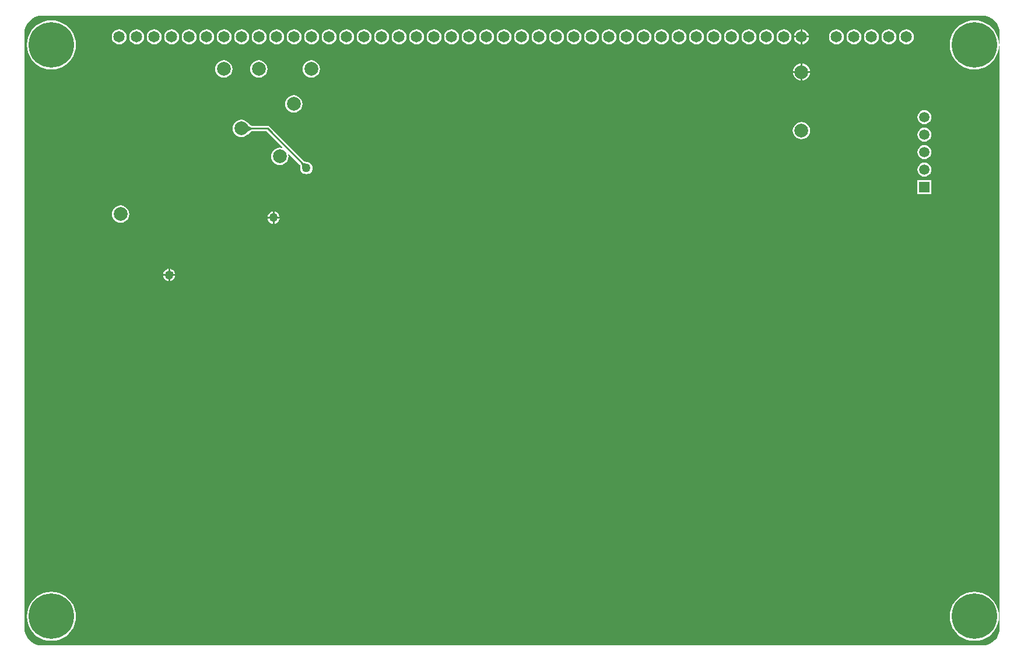
<source format=gbl>
%FSLAX23Y23*%
%MOIN*%
G70*
G01*
G75*
G04 Layer_Physical_Order=2*
G04 Layer_Color=16711680*
G04:AMPARAMS|DCode=10|XSize=50mil|YSize=80mil|CornerRadius=13mil|HoleSize=0mil|Usage=FLASHONLY|Rotation=90.000|XOffset=0mil|YOffset=0mil|HoleType=Round|Shape=RoundedRectangle|*
%AMROUNDEDRECTD10*
21,1,0.050,0.055,0,0,90.0*
21,1,0.025,0.080,0,0,90.0*
1,1,0.025,0.028,0.013*
1,1,0.025,0.028,-0.013*
1,1,0.025,-0.028,-0.013*
1,1,0.025,-0.028,0.013*
%
%ADD10ROUNDEDRECTD10*%
%ADD11R,0.080X0.050*%
%ADD12O,0.018X0.041*%
%ADD13R,0.018X0.041*%
G04:AMPARAMS|DCode=14|XSize=35mil|YSize=35mil|CornerRadius=5mil|HoleSize=0mil|Usage=FLASHONLY|Rotation=0.000|XOffset=0mil|YOffset=0mil|HoleType=Round|Shape=RoundedRectangle|*
%AMROUNDEDRECTD14*
21,1,0.035,0.025,0,0,0.0*
21,1,0.025,0.035,0,0,0.0*
1,1,0.011,0.012,-0.012*
1,1,0.011,-0.012,-0.012*
1,1,0.011,-0.012,0.012*
1,1,0.011,0.012,0.012*
%
%ADD14ROUNDEDRECTD14*%
G04:AMPARAMS|DCode=15|XSize=35mil|YSize=35mil|CornerRadius=5mil|HoleSize=0mil|Usage=FLASHONLY|Rotation=90.000|XOffset=0mil|YOffset=0mil|HoleType=Round|Shape=RoundedRectangle|*
%AMROUNDEDRECTD15*
21,1,0.035,0.025,0,0,90.0*
21,1,0.025,0.035,0,0,90.0*
1,1,0.011,0.012,0.012*
1,1,0.011,0.012,-0.012*
1,1,0.011,-0.012,-0.012*
1,1,0.011,-0.012,0.012*
%
%ADD15ROUNDEDRECTD15*%
G04:AMPARAMS|DCode=16|XSize=24mil|YSize=39mil|CornerRadius=6mil|HoleSize=0mil|Usage=FLASHONLY|Rotation=0.000|XOffset=0mil|YOffset=0mil|HoleType=Round|Shape=RoundedRectangle|*
%AMROUNDEDRECTD16*
21,1,0.024,0.028,0,0,0.0*
21,1,0.012,0.039,0,0,0.0*
1,1,0.012,0.006,-0.014*
1,1,0.012,-0.006,-0.014*
1,1,0.012,-0.006,0.014*
1,1,0.012,0.006,0.014*
%
%ADD16ROUNDEDRECTD16*%
%ADD17C,0.010*%
%ADD18C,0.015*%
%ADD19C,0.079*%
%ADD20C,0.065*%
%ADD21C,0.260*%
%ADD22C,0.059*%
%ADD23R,0.059X0.059*%
%ADD24C,0.050*%
G36*
X7395Y5624D02*
X7413Y5618D01*
X7431Y5609D01*
X7446Y5596D01*
X7459Y5581D01*
X7468Y5563D01*
X7474Y5545D01*
X7475Y5525D01*
X7475Y5525D01*
X7475D01*
Y5464D01*
X7470Y5464D01*
X7469Y5480D01*
X7464Y5501D01*
X7455Y5522D01*
X7444Y5541D01*
X7429Y5557D01*
X7413Y5572D01*
X7394Y5583D01*
X7373Y5592D01*
X7352Y5597D01*
X7330Y5598D01*
X7308Y5597D01*
X7287Y5592D01*
X7266Y5583D01*
X7247Y5572D01*
X7231Y5557D01*
X7216Y5541D01*
X7205Y5522D01*
X7196Y5501D01*
X7191Y5480D01*
X7190Y5458D01*
X7191Y5436D01*
X7196Y5415D01*
X7205Y5394D01*
X7216Y5375D01*
X7231Y5359D01*
X7247Y5344D01*
X7266Y5333D01*
X7287Y5324D01*
X7308Y5319D01*
X7330Y5318D01*
X7352Y5319D01*
X7373Y5324D01*
X7394Y5333D01*
X7413Y5344D01*
X7429Y5359D01*
X7444Y5375D01*
X7455Y5394D01*
X7464Y5415D01*
X7469Y5436D01*
X7470Y5452D01*
X7475Y5452D01*
Y4750D01*
X7475Y2125D01*
X7474Y2105D01*
X7468Y2087D01*
X7459Y2069D01*
X7446Y2054D01*
X7431Y2041D01*
X7413Y2032D01*
X7395Y2026D01*
X7375Y2025D01*
X7375Y2025D01*
Y2025D01*
X6725D01*
X2000Y2025D01*
X1980Y2026D01*
X1962Y2032D01*
X1944Y2041D01*
X1929Y2054D01*
X1916Y2069D01*
X1907Y2087D01*
X1901Y2105D01*
X1900Y2125D01*
X1900Y2125D01*
X1900D01*
Y4950D01*
X1900Y5525D01*
X1901Y5545D01*
X1907Y5563D01*
X1916Y5581D01*
X1929Y5596D01*
X1944Y5609D01*
X1962Y5618D01*
X1980Y5624D01*
X2000Y5625D01*
X2000Y5625D01*
Y5625D01*
X2850D01*
X7375Y5625D01*
X7395Y5624D01*
D02*
G37*
%LPC*%
G36*
X6347Y5352D02*
Y5308D01*
X6391D01*
X6390Y5316D01*
X6385Y5328D01*
X6377Y5338D01*
X6367Y5346D01*
X6355Y5351D01*
X6347Y5352D01*
D02*
G37*
G36*
X6337D02*
X6329Y5351D01*
X6317Y5346D01*
X6307Y5338D01*
X6299Y5328D01*
X6294Y5316D01*
X6293Y5308D01*
X6337D01*
Y5352D01*
D02*
G37*
G36*
X2441Y5547D02*
X2430Y5546D01*
X2420Y5542D01*
X2411Y5535D01*
X2404Y5526D01*
X2400Y5516D01*
X2399Y5505D01*
X2400Y5493D01*
X2404Y5483D01*
X2411Y5474D01*
X2420Y5467D01*
X2430Y5463D01*
X2441Y5462D01*
X2453Y5463D01*
X2463Y5467D01*
X2472Y5474D01*
X2479Y5483D01*
X2483Y5493D01*
X2484Y5505D01*
X2483Y5516D01*
X2479Y5526D01*
X2472Y5535D01*
X2463Y5542D01*
X2453Y5546D01*
X2441Y5547D01*
D02*
G37*
G36*
X2054Y5598D02*
X2032Y5597D01*
X2011Y5592D01*
X1991Y5583D01*
X1972Y5572D01*
X1955Y5557D01*
X1941Y5541D01*
X1929Y5522D01*
X1921Y5501D01*
X1916Y5480D01*
X1914Y5458D01*
X1916Y5436D01*
X1921Y5415D01*
X1929Y5394D01*
X1941Y5375D01*
X1955Y5359D01*
X1972Y5344D01*
X1991Y5333D01*
X2011Y5324D01*
X2032Y5319D01*
X2054Y5318D01*
X2076Y5319D01*
X2098Y5324D01*
X2118Y5333D01*
X2137Y5344D01*
X2154Y5359D01*
X2168Y5375D01*
X2180Y5394D01*
X2188Y5415D01*
X2193Y5436D01*
X2195Y5458D01*
X2193Y5480D01*
X2188Y5501D01*
X2180Y5522D01*
X2168Y5541D01*
X2154Y5557D01*
X2137Y5572D01*
X2118Y5583D01*
X2098Y5592D01*
X2076Y5597D01*
X2054Y5598D01*
D02*
G37*
G36*
X3540Y5370D02*
X3527Y5368D01*
X3515Y5363D01*
X3505Y5355D01*
X3497Y5345D01*
X3492Y5333D01*
X3490Y5320D01*
X3492Y5307D01*
X3497Y5295D01*
X3505Y5285D01*
X3515Y5277D01*
X3527Y5272D01*
X3540Y5270D01*
X3553Y5272D01*
X3565Y5277D01*
X3575Y5285D01*
X3583Y5295D01*
X3588Y5307D01*
X3590Y5320D01*
X3588Y5333D01*
X3583Y5345D01*
X3575Y5355D01*
X3565Y5363D01*
X3553Y5368D01*
X3540Y5370D01*
D02*
G37*
G36*
X6391Y5298D02*
X6347D01*
Y5254D01*
X6355Y5255D01*
X6367Y5260D01*
X6377Y5268D01*
X6385Y5278D01*
X6390Y5290D01*
X6391Y5298D01*
D02*
G37*
G36*
X6337D02*
X6293D01*
X6294Y5290D01*
X6299Y5278D01*
X6307Y5268D01*
X6317Y5260D01*
X6329Y5255D01*
X6337Y5254D01*
Y5298D01*
D02*
G37*
G36*
X3240Y5370D02*
X3227Y5368D01*
X3215Y5363D01*
X3205Y5355D01*
X3197Y5345D01*
X3192Y5333D01*
X3190Y5320D01*
X3192Y5307D01*
X3197Y5295D01*
X3205Y5285D01*
X3215Y5277D01*
X3227Y5272D01*
X3240Y5270D01*
X3253Y5272D01*
X3265Y5277D01*
X3275Y5285D01*
X3283Y5295D01*
X3288Y5307D01*
X3290Y5320D01*
X3288Y5333D01*
X3283Y5345D01*
X3275Y5355D01*
X3265Y5363D01*
X3253Y5368D01*
X3240Y5370D01*
D02*
G37*
G36*
X3040D02*
X3027Y5368D01*
X3015Y5363D01*
X3005Y5355D01*
X2997Y5345D01*
X2992Y5333D01*
X2990Y5320D01*
X2992Y5307D01*
X2997Y5295D01*
X3005Y5285D01*
X3015Y5277D01*
X3027Y5272D01*
X3040Y5270D01*
X3053Y5272D01*
X3065Y5277D01*
X3075Y5285D01*
X3083Y5295D01*
X3088Y5307D01*
X3090Y5320D01*
X3088Y5333D01*
X3083Y5345D01*
X3075Y5355D01*
X3065Y5363D01*
X3053Y5368D01*
X3040Y5370D01*
D02*
G37*
G36*
X3141Y5547D02*
X3130Y5546D01*
X3120Y5542D01*
X3111Y5535D01*
X3104Y5526D01*
X3100Y5516D01*
X3099Y5505D01*
X3100Y5493D01*
X3104Y5483D01*
X3111Y5474D01*
X3120Y5467D01*
X3130Y5463D01*
X3141Y5462D01*
X3153Y5463D01*
X3163Y5467D01*
X3172Y5474D01*
X3179Y5483D01*
X3183Y5493D01*
X3184Y5505D01*
X3183Y5516D01*
X3179Y5526D01*
X3172Y5535D01*
X3163Y5542D01*
X3153Y5546D01*
X3141Y5547D01*
D02*
G37*
G36*
X3041D02*
X3030Y5546D01*
X3020Y5542D01*
X3011Y5535D01*
X3004Y5526D01*
X3000Y5516D01*
X2999Y5505D01*
X3000Y5493D01*
X3004Y5483D01*
X3011Y5474D01*
X3020Y5467D01*
X3030Y5463D01*
X3041Y5462D01*
X3053Y5463D01*
X3063Y5467D01*
X3072Y5474D01*
X3079Y5483D01*
X3083Y5493D01*
X3084Y5505D01*
X3083Y5516D01*
X3079Y5526D01*
X3072Y5535D01*
X3063Y5542D01*
X3053Y5546D01*
X3041Y5547D01*
D02*
G37*
G36*
X3341D02*
X3330Y5546D01*
X3320Y5542D01*
X3311Y5535D01*
X3304Y5526D01*
X3300Y5516D01*
X3299Y5505D01*
X3300Y5493D01*
X3304Y5483D01*
X3311Y5474D01*
X3320Y5467D01*
X3330Y5463D01*
X3341Y5462D01*
X3353Y5463D01*
X3363Y5467D01*
X3372Y5474D01*
X3379Y5483D01*
X3383Y5493D01*
X3384Y5505D01*
X3383Y5516D01*
X3379Y5526D01*
X3372Y5535D01*
X3363Y5542D01*
X3353Y5546D01*
X3341Y5547D01*
D02*
G37*
G36*
X3241D02*
X3230Y5546D01*
X3220Y5542D01*
X3211Y5535D01*
X3204Y5526D01*
X3200Y5516D01*
X3199Y5505D01*
X3200Y5493D01*
X3204Y5483D01*
X3211Y5474D01*
X3220Y5467D01*
X3230Y5463D01*
X3241Y5462D01*
X3253Y5463D01*
X3263Y5467D01*
X3272Y5474D01*
X3279Y5483D01*
X3283Y5493D01*
X3284Y5505D01*
X3283Y5516D01*
X3279Y5526D01*
X3272Y5535D01*
X3263Y5542D01*
X3253Y5546D01*
X3241Y5547D01*
D02*
G37*
G36*
X2941D02*
X2930Y5546D01*
X2920Y5542D01*
X2911Y5535D01*
X2904Y5526D01*
X2900Y5516D01*
X2899Y5505D01*
X2900Y5493D01*
X2904Y5483D01*
X2911Y5474D01*
X2920Y5467D01*
X2930Y5463D01*
X2941Y5462D01*
X2953Y5463D01*
X2963Y5467D01*
X2972Y5474D01*
X2979Y5483D01*
X2983Y5493D01*
X2984Y5505D01*
X2983Y5516D01*
X2979Y5526D01*
X2972Y5535D01*
X2963Y5542D01*
X2953Y5546D01*
X2941Y5547D01*
D02*
G37*
G36*
X2641D02*
X2630Y5546D01*
X2620Y5542D01*
X2611Y5535D01*
X2604Y5526D01*
X2600Y5516D01*
X2599Y5505D01*
X2600Y5493D01*
X2604Y5483D01*
X2611Y5474D01*
X2620Y5467D01*
X2630Y5463D01*
X2641Y5462D01*
X2653Y5463D01*
X2663Y5467D01*
X2672Y5474D01*
X2679Y5483D01*
X2683Y5493D01*
X2684Y5505D01*
X2683Y5516D01*
X2679Y5526D01*
X2672Y5535D01*
X2663Y5542D01*
X2653Y5546D01*
X2641Y5547D01*
D02*
G37*
G36*
X2541D02*
X2530Y5546D01*
X2520Y5542D01*
X2511Y5535D01*
X2504Y5526D01*
X2500Y5516D01*
X2499Y5505D01*
X2500Y5493D01*
X2504Y5483D01*
X2511Y5474D01*
X2520Y5467D01*
X2530Y5463D01*
X2541Y5462D01*
X2553Y5463D01*
X2563Y5467D01*
X2572Y5474D01*
X2579Y5483D01*
X2583Y5493D01*
X2584Y5505D01*
X2583Y5516D01*
X2579Y5526D01*
X2572Y5535D01*
X2563Y5542D01*
X2553Y5546D01*
X2541Y5547D01*
D02*
G37*
G36*
X2841D02*
X2830Y5546D01*
X2820Y5542D01*
X2811Y5535D01*
X2804Y5526D01*
X2800Y5516D01*
X2799Y5505D01*
X2800Y5493D01*
X2804Y5483D01*
X2811Y5474D01*
X2820Y5467D01*
X2830Y5463D01*
X2841Y5462D01*
X2853Y5463D01*
X2863Y5467D01*
X2872Y5474D01*
X2879Y5483D01*
X2883Y5493D01*
X2884Y5505D01*
X2883Y5516D01*
X2879Y5526D01*
X2872Y5535D01*
X2863Y5542D01*
X2853Y5546D01*
X2841Y5547D01*
D02*
G37*
G36*
X2741D02*
X2730Y5546D01*
X2720Y5542D01*
X2711Y5535D01*
X2704Y5526D01*
X2700Y5516D01*
X2699Y5505D01*
X2700Y5493D01*
X2704Y5483D01*
X2711Y5474D01*
X2720Y5467D01*
X2730Y5463D01*
X2741Y5462D01*
X2753Y5463D01*
X2763Y5467D01*
X2772Y5474D01*
X2779Y5483D01*
X2783Y5493D01*
X2784Y5505D01*
X2783Y5516D01*
X2779Y5526D01*
X2772Y5535D01*
X2763Y5542D01*
X2753Y5546D01*
X2741Y5547D01*
D02*
G37*
G36*
X3440Y5170D02*
X3427Y5168D01*
X3415Y5163D01*
X3405Y5155D01*
X3397Y5145D01*
X3392Y5133D01*
X3390Y5120D01*
X3392Y5107D01*
X3397Y5095D01*
X3405Y5085D01*
X3415Y5077D01*
X3427Y5072D01*
X3440Y5070D01*
X3453Y5072D01*
X3465Y5077D01*
X3475Y5085D01*
X3483Y5095D01*
X3488Y5107D01*
X3490Y5120D01*
X3488Y5133D01*
X3483Y5145D01*
X3475Y5155D01*
X3465Y5163D01*
X3453Y5168D01*
X3440Y5170D01*
D02*
G37*
G36*
X3319Y4465D02*
X3289D01*
X3290Y4461D01*
X3293Y4452D01*
X3299Y4445D01*
X3306Y4439D01*
X3315Y4436D01*
X3319Y4435D01*
Y4465D01*
D02*
G37*
G36*
X2733Y4177D02*
Y4148D01*
X2762D01*
X2762Y4152D01*
X2758Y4160D01*
X2758Y4160D01*
X2757Y4163D01*
X2754Y4169D01*
X2748Y4172D01*
X2745Y4173D01*
X2745Y4173D01*
X2737Y4177D01*
X2733Y4177D01*
D02*
G37*
G36*
X2450Y4540D02*
X2437Y4538D01*
X2425Y4533D01*
X2415Y4525D01*
X2407Y4515D01*
X2402Y4503D01*
X2400Y4490D01*
X2402Y4477D01*
X2407Y4465D01*
X2415Y4455D01*
X2425Y4447D01*
X2437Y4442D01*
X2450Y4440D01*
X2463Y4442D01*
X2475Y4447D01*
X2485Y4455D01*
X2493Y4465D01*
X2498Y4477D01*
X2500Y4490D01*
X2498Y4503D01*
X2493Y4515D01*
X2485Y4525D01*
X2475Y4533D01*
X2463Y4538D01*
X2450Y4540D01*
D02*
G37*
G36*
X3359Y4465D02*
X3329D01*
Y4435D01*
X3333Y4436D01*
X3342Y4439D01*
X3349Y4445D01*
X3355Y4452D01*
X3358Y4461D01*
X3359Y4465D01*
D02*
G37*
G36*
X2723Y4177D02*
X2718Y4177D01*
X2710Y4173D01*
X2703Y4167D01*
X2697Y4160D01*
X2693Y4152D01*
X2693Y4148D01*
X2723D01*
Y4177D01*
D02*
G37*
G36*
X7330Y2330D02*
X7308Y2329D01*
X7287Y2324D01*
X7266Y2315D01*
X7247Y2304D01*
X7231Y2289D01*
X7216Y2273D01*
X7205Y2254D01*
X7196Y2233D01*
X7191Y2212D01*
X7190Y2190D01*
X7191Y2168D01*
X7196Y2147D01*
X7205Y2126D01*
X7216Y2107D01*
X7231Y2091D01*
X7247Y2076D01*
X7266Y2065D01*
X7287Y2056D01*
X7308Y2051D01*
X7330Y2050D01*
X7352Y2051D01*
X7373Y2056D01*
X7394Y2065D01*
X7413Y2076D01*
X7429Y2091D01*
X7444Y2107D01*
X7455Y2126D01*
X7464Y2147D01*
X7469Y2168D01*
X7470Y2190D01*
X7469Y2212D01*
X7464Y2233D01*
X7455Y2254D01*
X7444Y2273D01*
X7429Y2289D01*
X7413Y2304D01*
X7394Y2315D01*
X7373Y2324D01*
X7352Y2329D01*
X7330Y2330D01*
D02*
G37*
G36*
X2054D02*
X2032Y2329D01*
X2011Y2324D01*
X1991Y2315D01*
X1972Y2304D01*
X1955Y2289D01*
X1941Y2273D01*
X1929Y2254D01*
X1921Y2233D01*
X1916Y2212D01*
X1914Y2190D01*
X1916Y2168D01*
X1921Y2147D01*
X1929Y2126D01*
X1941Y2107D01*
X1955Y2091D01*
X1972Y2076D01*
X1991Y2065D01*
X2011Y2056D01*
X2032Y2051D01*
X2054Y2050D01*
X2076Y2051D01*
X2098Y2056D01*
X2118Y2065D01*
X2137Y2076D01*
X2154Y2091D01*
X2168Y2107D01*
X2180Y2126D01*
X2188Y2147D01*
X2193Y2168D01*
X2195Y2190D01*
X2193Y2212D01*
X2188Y2233D01*
X2180Y2254D01*
X2168Y2273D01*
X2154Y2289D01*
X2137Y2304D01*
X2118Y2315D01*
X2098Y2324D01*
X2076Y2329D01*
X2054Y2330D01*
D02*
G37*
G36*
X2762Y4138D02*
X2733D01*
Y4108D01*
X2737Y4108D01*
X2745Y4112D01*
X2752Y4118D01*
X2758Y4125D01*
X2762Y4133D01*
X2762Y4138D01*
D02*
G37*
G36*
X2723D02*
X2693D01*
X2693Y4133D01*
X2697Y4125D01*
X2703Y4118D01*
X2710Y4112D01*
X2718Y4108D01*
X2723Y4108D01*
Y4138D01*
D02*
G37*
G36*
X7045Y4985D02*
X7035Y4984D01*
X7025Y4980D01*
X7017Y4973D01*
X7010Y4965D01*
X7006Y4955D01*
X7005Y4945D01*
X7006Y4935D01*
X7010Y4925D01*
X7017Y4917D01*
X7025Y4910D01*
X7035Y4906D01*
X7045Y4905D01*
X7055Y4906D01*
X7065Y4910D01*
X7073Y4917D01*
X7080Y4925D01*
X7084Y4935D01*
X7085Y4945D01*
X7084Y4955D01*
X7080Y4965D01*
X7073Y4973D01*
X7065Y4980D01*
X7055Y4984D01*
X7045Y4985D01*
D02*
G37*
G36*
X3140Y5030D02*
X3127Y5028D01*
X3115Y5023D01*
X3105Y5015D01*
X3097Y5005D01*
X3092Y4993D01*
X3090Y4980D01*
X3092Y4967D01*
X3097Y4955D01*
X3105Y4945D01*
X3115Y4937D01*
X3127Y4932D01*
X3140Y4930D01*
X3153Y4932D01*
X3165Y4937D01*
X3175Y4945D01*
X3176Y4946D01*
X3179Y4949D01*
X3187Y4956D01*
X3190Y4959D01*
X3193Y4961D01*
X3196Y4962D01*
X3198Y4964D01*
X3200Y4964D01*
X3202Y4965D01*
X3202Y4965D01*
X3283D01*
X3375Y4872D01*
X3372Y4868D01*
X3360Y4870D01*
X3347Y4868D01*
X3335Y4863D01*
X3325Y4855D01*
X3317Y4845D01*
X3312Y4833D01*
X3310Y4820D01*
X3312Y4807D01*
X3317Y4795D01*
X3325Y4785D01*
X3335Y4777D01*
X3347Y4772D01*
X3360Y4770D01*
X3373Y4772D01*
X3385Y4777D01*
X3395Y4785D01*
X3403Y4795D01*
X3408Y4807D01*
X3410Y4820D01*
X3408Y4832D01*
X3412Y4835D01*
X3475Y4772D01*
X3475Y4772D01*
X3476Y4771D01*
X3476Y4770D01*
X3477Y4768D01*
X3477Y4767D01*
X3477Y4765D01*
X3477Y4760D01*
X3477Y4757D01*
X3477Y4756D01*
X3477Y4754D01*
X3478Y4745D01*
X3481Y4736D01*
X3487Y4729D01*
X3494Y4723D01*
X3503Y4720D01*
X3512Y4719D01*
X3521Y4720D01*
X3530Y4723D01*
X3537Y4729D01*
X3543Y4736D01*
X3546Y4745D01*
X3547Y4754D01*
X3546Y4763D01*
X3543Y4772D01*
X3537Y4779D01*
X3530Y4785D01*
X3521Y4788D01*
X3516Y4789D01*
X3515Y4789D01*
X3512Y4789D01*
X3506Y4790D01*
X3504Y4791D01*
X3502Y4791D01*
X3500Y4792D01*
X3499Y4792D01*
X3498Y4793D01*
X3497Y4793D01*
X3300Y4991D01*
X3295Y4994D01*
X3289Y4995D01*
X3202D01*
X3202Y4995D01*
X3200Y4996D01*
X3198Y4996D01*
X3196Y4998D01*
X3193Y4999D01*
X3191Y5001D01*
X3179Y5011D01*
X3176Y5014D01*
X3175Y5015D01*
X3165Y5023D01*
X3153Y5028D01*
X3140Y5030D01*
D02*
G37*
G36*
X7045Y5085D02*
X7035Y5084D01*
X7025Y5080D01*
X7017Y5073D01*
X7010Y5065D01*
X7006Y5055D01*
X7005Y5045D01*
X7006Y5035D01*
X7010Y5025D01*
X7017Y5017D01*
X7025Y5010D01*
X7035Y5006D01*
X7045Y5005D01*
X7055Y5006D01*
X7065Y5010D01*
X7073Y5017D01*
X7080Y5025D01*
X7084Y5035D01*
X7085Y5045D01*
X7084Y5055D01*
X7080Y5065D01*
X7073Y5073D01*
X7065Y5080D01*
X7055Y5084D01*
X7045Y5085D01*
D02*
G37*
G36*
X6342Y5018D02*
X6329Y5016D01*
X6317Y5011D01*
X6307Y5003D01*
X6299Y4993D01*
X6294Y4981D01*
X6292Y4968D01*
X6294Y4955D01*
X6299Y4943D01*
X6307Y4933D01*
X6317Y4925D01*
X6329Y4920D01*
X6342Y4918D01*
X6355Y4920D01*
X6367Y4925D01*
X6377Y4933D01*
X6385Y4943D01*
X6390Y4955D01*
X6392Y4968D01*
X6390Y4981D01*
X6385Y4993D01*
X6377Y5003D01*
X6367Y5011D01*
X6355Y5016D01*
X6342Y5018D01*
D02*
G37*
G36*
X7045Y4885D02*
X7035Y4884D01*
X7025Y4880D01*
X7017Y4873D01*
X7010Y4865D01*
X7006Y4855D01*
X7005Y4845D01*
X7006Y4835D01*
X7010Y4825D01*
X7017Y4817D01*
X7025Y4810D01*
X7035Y4806D01*
X7045Y4805D01*
X7055Y4806D01*
X7065Y4810D01*
X7073Y4817D01*
X7080Y4825D01*
X7084Y4835D01*
X7085Y4845D01*
X7084Y4855D01*
X7080Y4865D01*
X7073Y4873D01*
X7065Y4880D01*
X7055Y4884D01*
X7045Y4885D01*
D02*
G37*
G36*
X3329Y4505D02*
Y4475D01*
X3359D01*
X3358Y4479D01*
X3355Y4488D01*
X3349Y4495D01*
X3342Y4501D01*
X3333Y4504D01*
X3329Y4505D01*
D02*
G37*
G36*
X3319D02*
X3315Y4504D01*
X3306Y4501D01*
X3299Y4495D01*
X3293Y4488D01*
X3290Y4479D01*
X3289Y4475D01*
X3319D01*
Y4505D01*
D02*
G37*
G36*
X7045Y4785D02*
X7035Y4784D01*
X7025Y4780D01*
X7017Y4773D01*
X7010Y4765D01*
X7006Y4755D01*
X7005Y4745D01*
X7006Y4735D01*
X7010Y4725D01*
X7017Y4717D01*
X7025Y4710D01*
X7035Y4706D01*
X7045Y4705D01*
X7055Y4706D01*
X7065Y4710D01*
X7073Y4717D01*
X7080Y4725D01*
X7084Y4735D01*
X7085Y4745D01*
X7084Y4755D01*
X7080Y4765D01*
X7073Y4773D01*
X7065Y4780D01*
X7055Y4784D01*
X7045Y4785D01*
D02*
G37*
G36*
X7085Y4685D02*
X7005D01*
Y4605D01*
X7085D01*
Y4685D01*
D02*
G37*
G36*
X3441Y5547D02*
X3430Y5546D01*
X3420Y5542D01*
X3411Y5535D01*
X3404Y5526D01*
X3400Y5516D01*
X3399Y5505D01*
X3400Y5493D01*
X3404Y5483D01*
X3411Y5474D01*
X3420Y5467D01*
X3430Y5463D01*
X3441Y5462D01*
X3453Y5463D01*
X3463Y5467D01*
X3472Y5474D01*
X3479Y5483D01*
X3483Y5493D01*
X3484Y5505D01*
X3483Y5516D01*
X3479Y5526D01*
X3472Y5535D01*
X3463Y5542D01*
X3453Y5546D01*
X3441Y5547D01*
D02*
G37*
G36*
X6041D02*
X6030Y5546D01*
X6020Y5542D01*
X6011Y5535D01*
X6004Y5526D01*
X6000Y5516D01*
X5999Y5505D01*
X6000Y5493D01*
X6004Y5483D01*
X6011Y5474D01*
X6020Y5467D01*
X6030Y5463D01*
X6041Y5462D01*
X6053Y5463D01*
X6063Y5467D01*
X6072Y5474D01*
X6079Y5483D01*
X6083Y5493D01*
X6084Y5505D01*
X6083Y5516D01*
X6079Y5526D01*
X6072Y5535D01*
X6063Y5542D01*
X6053Y5546D01*
X6041Y5547D01*
D02*
G37*
G36*
X5941D02*
X5930Y5546D01*
X5920Y5542D01*
X5911Y5535D01*
X5904Y5526D01*
X5900Y5516D01*
X5899Y5505D01*
X5900Y5493D01*
X5904Y5483D01*
X5911Y5474D01*
X5920Y5467D01*
X5930Y5463D01*
X5941Y5462D01*
X5953Y5463D01*
X5963Y5467D01*
X5972Y5474D01*
X5979Y5483D01*
X5983Y5493D01*
X5984Y5505D01*
X5983Y5516D01*
X5979Y5526D01*
X5972Y5535D01*
X5963Y5542D01*
X5953Y5546D01*
X5941Y5547D01*
D02*
G37*
G36*
X6241D02*
X6230Y5546D01*
X6220Y5542D01*
X6211Y5535D01*
X6204Y5526D01*
X6200Y5516D01*
X6199Y5505D01*
X6200Y5493D01*
X6204Y5483D01*
X6211Y5474D01*
X6220Y5467D01*
X6230Y5463D01*
X6241Y5462D01*
X6253Y5463D01*
X6263Y5467D01*
X6272Y5474D01*
X6279Y5483D01*
X6283Y5493D01*
X6284Y5505D01*
X6283Y5516D01*
X6279Y5526D01*
X6272Y5535D01*
X6263Y5542D01*
X6253Y5546D01*
X6241Y5547D01*
D02*
G37*
G36*
X6141D02*
X6130Y5546D01*
X6120Y5542D01*
X6111Y5535D01*
X6104Y5526D01*
X6100Y5516D01*
X6099Y5505D01*
X6100Y5493D01*
X6104Y5483D01*
X6111Y5474D01*
X6120Y5467D01*
X6130Y5463D01*
X6141Y5462D01*
X6153Y5463D01*
X6163Y5467D01*
X6172Y5474D01*
X6179Y5483D01*
X6183Y5493D01*
X6184Y5505D01*
X6183Y5516D01*
X6179Y5526D01*
X6172Y5535D01*
X6163Y5542D01*
X6153Y5546D01*
X6141Y5547D01*
D02*
G37*
G36*
X5841D02*
X5830Y5546D01*
X5820Y5542D01*
X5811Y5535D01*
X5804Y5526D01*
X5800Y5516D01*
X5799Y5505D01*
X5800Y5493D01*
X5804Y5483D01*
X5811Y5474D01*
X5820Y5467D01*
X5830Y5463D01*
X5841Y5462D01*
X5853Y5463D01*
X5863Y5467D01*
X5872Y5474D01*
X5879Y5483D01*
X5883Y5493D01*
X5884Y5505D01*
X5883Y5516D01*
X5879Y5526D01*
X5872Y5535D01*
X5863Y5542D01*
X5853Y5546D01*
X5841Y5547D01*
D02*
G37*
G36*
X5541D02*
X5530Y5546D01*
X5520Y5542D01*
X5511Y5535D01*
X5504Y5526D01*
X5500Y5516D01*
X5499Y5505D01*
X5500Y5493D01*
X5504Y5483D01*
X5511Y5474D01*
X5520Y5467D01*
X5530Y5463D01*
X5541Y5462D01*
X5553Y5463D01*
X5563Y5467D01*
X5572Y5474D01*
X5579Y5483D01*
X5583Y5493D01*
X5584Y5505D01*
X5583Y5516D01*
X5579Y5526D01*
X5572Y5535D01*
X5563Y5542D01*
X5553Y5546D01*
X5541Y5547D01*
D02*
G37*
G36*
X5441D02*
X5430Y5546D01*
X5420Y5542D01*
X5411Y5535D01*
X5404Y5526D01*
X5400Y5516D01*
X5399Y5505D01*
X5400Y5493D01*
X5404Y5483D01*
X5411Y5474D01*
X5420Y5467D01*
X5430Y5463D01*
X5441Y5462D01*
X5453Y5463D01*
X5463Y5467D01*
X5472Y5474D01*
X5479Y5483D01*
X5483Y5493D01*
X5484Y5505D01*
X5483Y5516D01*
X5479Y5526D01*
X5472Y5535D01*
X5463Y5542D01*
X5453Y5546D01*
X5441Y5547D01*
D02*
G37*
G36*
X5741D02*
X5730Y5546D01*
X5720Y5542D01*
X5711Y5535D01*
X5704Y5526D01*
X5700Y5516D01*
X5699Y5505D01*
X5700Y5493D01*
X5704Y5483D01*
X5711Y5474D01*
X5720Y5467D01*
X5730Y5463D01*
X5741Y5462D01*
X5753Y5463D01*
X5763Y5467D01*
X5772Y5474D01*
X5779Y5483D01*
X5783Y5493D01*
X5784Y5505D01*
X5783Y5516D01*
X5779Y5526D01*
X5772Y5535D01*
X5763Y5542D01*
X5753Y5546D01*
X5741Y5547D01*
D02*
G37*
G36*
X5641D02*
X5630Y5546D01*
X5620Y5542D01*
X5611Y5535D01*
X5604Y5526D01*
X5600Y5516D01*
X5599Y5505D01*
X5600Y5493D01*
X5604Y5483D01*
X5611Y5474D01*
X5620Y5467D01*
X5630Y5463D01*
X5641Y5462D01*
X5653Y5463D01*
X5663Y5467D01*
X5672Y5474D01*
X5679Y5483D01*
X5683Y5493D01*
X5684Y5505D01*
X5683Y5516D01*
X5679Y5526D01*
X5672Y5535D01*
X5663Y5542D01*
X5653Y5546D01*
X5641Y5547D01*
D02*
G37*
G36*
X6384Y5500D02*
X6346D01*
Y5462D01*
X6353Y5463D01*
X6363Y5467D01*
X6372Y5474D01*
X6379Y5483D01*
X6383Y5493D01*
X6384Y5500D01*
D02*
G37*
G36*
X6336D02*
X6299D01*
X6300Y5493D01*
X6304Y5483D01*
X6311Y5474D01*
X6320Y5467D01*
X6330Y5463D01*
X6336Y5462D01*
Y5500D01*
D02*
G37*
G36*
X6346Y5547D02*
Y5510D01*
X6384D01*
X6383Y5516D01*
X6379Y5526D01*
X6372Y5535D01*
X6363Y5542D01*
X6353Y5546D01*
X6346Y5547D01*
D02*
G37*
G36*
X6336D02*
X6330Y5546D01*
X6320Y5542D01*
X6311Y5535D01*
X6304Y5526D01*
X6300Y5516D01*
X6299Y5510D01*
X6336D01*
Y5547D01*
D02*
G37*
G36*
X6941Y5547D02*
X6930Y5546D01*
X6920Y5542D01*
X6911Y5535D01*
X6904Y5526D01*
X6900Y5516D01*
X6899Y5505D01*
X6900Y5493D01*
X6904Y5483D01*
X6911Y5474D01*
X6920Y5467D01*
X6930Y5463D01*
X6941Y5462D01*
X6953Y5463D01*
X6963Y5467D01*
X6972Y5474D01*
X6979Y5483D01*
X6983Y5493D01*
X6984Y5505D01*
X6983Y5516D01*
X6979Y5526D01*
X6972Y5535D01*
X6963Y5542D01*
X6953Y5546D01*
X6941Y5547D01*
D02*
G37*
G36*
X6641D02*
X6630Y5546D01*
X6620Y5542D01*
X6611Y5535D01*
X6604Y5526D01*
X6600Y5516D01*
X6599Y5505D01*
X6600Y5493D01*
X6604Y5483D01*
X6611Y5474D01*
X6620Y5467D01*
X6630Y5463D01*
X6641Y5462D01*
X6653Y5463D01*
X6663Y5467D01*
X6672Y5474D01*
X6679Y5483D01*
X6683Y5493D01*
X6684Y5505D01*
X6683Y5516D01*
X6679Y5526D01*
X6672Y5535D01*
X6663Y5542D01*
X6653Y5546D01*
X6641Y5547D01*
D02*
G37*
G36*
X6541D02*
X6530Y5546D01*
X6520Y5542D01*
X6511Y5535D01*
X6504Y5526D01*
X6500Y5516D01*
X6499Y5505D01*
X6500Y5493D01*
X6504Y5483D01*
X6511Y5474D01*
X6520Y5467D01*
X6530Y5463D01*
X6541Y5462D01*
X6553Y5463D01*
X6563Y5467D01*
X6572Y5474D01*
X6579Y5483D01*
X6583Y5493D01*
X6584Y5505D01*
X6583Y5516D01*
X6579Y5526D01*
X6572Y5535D01*
X6563Y5542D01*
X6553Y5546D01*
X6541Y5547D01*
D02*
G37*
G36*
X6841D02*
X6830Y5546D01*
X6820Y5542D01*
X6811Y5535D01*
X6804Y5526D01*
X6800Y5516D01*
X6799Y5505D01*
X6800Y5493D01*
X6804Y5483D01*
X6811Y5474D01*
X6820Y5467D01*
X6830Y5463D01*
X6841Y5462D01*
X6853Y5463D01*
X6863Y5467D01*
X6872Y5474D01*
X6879Y5483D01*
X6883Y5493D01*
X6884Y5505D01*
X6883Y5516D01*
X6879Y5526D01*
X6872Y5535D01*
X6863Y5542D01*
X6853Y5546D01*
X6841Y5547D01*
D02*
G37*
G36*
X6741D02*
X6730Y5546D01*
X6720Y5542D01*
X6711Y5535D01*
X6704Y5526D01*
X6700Y5516D01*
X6699Y5505D01*
X6700Y5493D01*
X6704Y5483D01*
X6711Y5474D01*
X6720Y5467D01*
X6730Y5463D01*
X6741Y5462D01*
X6753Y5463D01*
X6763Y5467D01*
X6772Y5474D01*
X6779Y5483D01*
X6783Y5493D01*
X6784Y5505D01*
X6783Y5516D01*
X6779Y5526D01*
X6772Y5535D01*
X6763Y5542D01*
X6753Y5546D01*
X6741Y5547D01*
D02*
G37*
G36*
X5341D02*
X5330Y5546D01*
X5320Y5542D01*
X5311Y5535D01*
X5304Y5526D01*
X5300Y5516D01*
X5299Y5505D01*
X5300Y5493D01*
X5304Y5483D01*
X5311Y5474D01*
X5320Y5467D01*
X5330Y5463D01*
X5341Y5462D01*
X5353Y5463D01*
X5363Y5467D01*
X5372Y5474D01*
X5379Y5483D01*
X5383Y5493D01*
X5384Y5505D01*
X5383Y5516D01*
X5379Y5526D01*
X5372Y5535D01*
X5363Y5542D01*
X5353Y5546D01*
X5341Y5547D01*
D02*
G37*
G36*
X4141D02*
X4130Y5546D01*
X4120Y5542D01*
X4111Y5535D01*
X4104Y5526D01*
X4100Y5516D01*
X4099Y5505D01*
X4100Y5493D01*
X4104Y5483D01*
X4111Y5474D01*
X4120Y5467D01*
X4130Y5463D01*
X4141Y5462D01*
X4153Y5463D01*
X4163Y5467D01*
X4172Y5474D01*
X4179Y5483D01*
X4183Y5493D01*
X4184Y5505D01*
X4183Y5516D01*
X4179Y5526D01*
X4172Y5535D01*
X4163Y5542D01*
X4153Y5546D01*
X4141Y5547D01*
D02*
G37*
G36*
X4041D02*
X4030Y5546D01*
X4020Y5542D01*
X4011Y5535D01*
X4004Y5526D01*
X4000Y5516D01*
X3999Y5505D01*
X4000Y5493D01*
X4004Y5483D01*
X4011Y5474D01*
X4020Y5467D01*
X4030Y5463D01*
X4041Y5462D01*
X4053Y5463D01*
X4063Y5467D01*
X4072Y5474D01*
X4079Y5483D01*
X4083Y5493D01*
X4084Y5505D01*
X4083Y5516D01*
X4079Y5526D01*
X4072Y5535D01*
X4063Y5542D01*
X4053Y5546D01*
X4041Y5547D01*
D02*
G37*
G36*
X4241D02*
X4230Y5546D01*
X4220Y5542D01*
X4211Y5535D01*
X4204Y5526D01*
X4200Y5516D01*
X4199Y5505D01*
X4200Y5493D01*
X4204Y5483D01*
X4211Y5474D01*
X4220Y5467D01*
X4230Y5463D01*
X4241Y5462D01*
X4253Y5463D01*
X4263Y5467D01*
X4272Y5474D01*
X4279Y5483D01*
X4283Y5493D01*
X4284Y5505D01*
X4283Y5516D01*
X4279Y5526D01*
X4272Y5535D01*
X4263Y5542D01*
X4253Y5546D01*
X4241Y5547D01*
D02*
G37*
G36*
X4441D02*
X4430Y5546D01*
X4420Y5542D01*
X4411Y5535D01*
X4404Y5526D01*
X4400Y5516D01*
X4399Y5505D01*
X4400Y5493D01*
X4404Y5483D01*
X4411Y5474D01*
X4420Y5467D01*
X4430Y5463D01*
X4441Y5462D01*
X4453Y5463D01*
X4463Y5467D01*
X4472Y5474D01*
X4479Y5483D01*
X4483Y5493D01*
X4484Y5505D01*
X4483Y5516D01*
X4479Y5526D01*
X4472Y5535D01*
X4463Y5542D01*
X4453Y5546D01*
X4441Y5547D01*
D02*
G37*
G36*
X4341D02*
X4330Y5546D01*
X4320Y5542D01*
X4311Y5535D01*
X4304Y5526D01*
X4300Y5516D01*
X4299Y5505D01*
X4300Y5493D01*
X4304Y5483D01*
X4311Y5474D01*
X4320Y5467D01*
X4330Y5463D01*
X4341Y5462D01*
X4353Y5463D01*
X4363Y5467D01*
X4372Y5474D01*
X4379Y5483D01*
X4383Y5493D01*
X4384Y5505D01*
X4383Y5516D01*
X4379Y5526D01*
X4372Y5535D01*
X4363Y5542D01*
X4353Y5546D01*
X4341Y5547D01*
D02*
G37*
G36*
X3641D02*
X3630Y5546D01*
X3620Y5542D01*
X3611Y5535D01*
X3604Y5526D01*
X3600Y5516D01*
X3599Y5505D01*
X3600Y5493D01*
X3604Y5483D01*
X3611Y5474D01*
X3620Y5467D01*
X3630Y5463D01*
X3641Y5462D01*
X3653Y5463D01*
X3663Y5467D01*
X3672Y5474D01*
X3679Y5483D01*
X3683Y5493D01*
X3684Y5505D01*
X3683Y5516D01*
X3679Y5526D01*
X3672Y5535D01*
X3663Y5542D01*
X3653Y5546D01*
X3641Y5547D01*
D02*
G37*
G36*
X3541D02*
X3530Y5546D01*
X3520Y5542D01*
X3511Y5535D01*
X3504Y5526D01*
X3500Y5516D01*
X3499Y5505D01*
X3500Y5493D01*
X3504Y5483D01*
X3511Y5474D01*
X3520Y5467D01*
X3530Y5463D01*
X3541Y5462D01*
X3553Y5463D01*
X3563Y5467D01*
X3572Y5474D01*
X3579Y5483D01*
X3583Y5493D01*
X3584Y5505D01*
X3583Y5516D01*
X3579Y5526D01*
X3572Y5535D01*
X3563Y5542D01*
X3553Y5546D01*
X3541Y5547D01*
D02*
G37*
G36*
X3741D02*
X3730Y5546D01*
X3720Y5542D01*
X3711Y5535D01*
X3704Y5526D01*
X3700Y5516D01*
X3699Y5505D01*
X3700Y5493D01*
X3704Y5483D01*
X3711Y5474D01*
X3720Y5467D01*
X3730Y5463D01*
X3741Y5462D01*
X3753Y5463D01*
X3763Y5467D01*
X3772Y5474D01*
X3779Y5483D01*
X3783Y5493D01*
X3784Y5505D01*
X3783Y5516D01*
X3779Y5526D01*
X3772Y5535D01*
X3763Y5542D01*
X3753Y5546D01*
X3741Y5547D01*
D02*
G37*
G36*
X3941D02*
X3930Y5546D01*
X3920Y5542D01*
X3911Y5535D01*
X3904Y5526D01*
X3900Y5516D01*
X3899Y5505D01*
X3900Y5493D01*
X3904Y5483D01*
X3911Y5474D01*
X3920Y5467D01*
X3930Y5463D01*
X3941Y5462D01*
X3953Y5463D01*
X3963Y5467D01*
X3972Y5474D01*
X3979Y5483D01*
X3983Y5493D01*
X3984Y5505D01*
X3983Y5516D01*
X3979Y5526D01*
X3972Y5535D01*
X3963Y5542D01*
X3953Y5546D01*
X3941Y5547D01*
D02*
G37*
G36*
X3841D02*
X3830Y5546D01*
X3820Y5542D01*
X3811Y5535D01*
X3804Y5526D01*
X3800Y5516D01*
X3799Y5505D01*
X3800Y5493D01*
X3804Y5483D01*
X3811Y5474D01*
X3820Y5467D01*
X3830Y5463D01*
X3841Y5462D01*
X3853Y5463D01*
X3863Y5467D01*
X3872Y5474D01*
X3879Y5483D01*
X3883Y5493D01*
X3884Y5505D01*
X3883Y5516D01*
X3879Y5526D01*
X3872Y5535D01*
X3863Y5542D01*
X3853Y5546D01*
X3841Y5547D01*
D02*
G37*
G36*
X5041D02*
X5030Y5546D01*
X5020Y5542D01*
X5011Y5535D01*
X5004Y5526D01*
X5000Y5516D01*
X4999Y5505D01*
X5000Y5493D01*
X5004Y5483D01*
X5011Y5474D01*
X5020Y5467D01*
X5030Y5463D01*
X5041Y5462D01*
X5053Y5463D01*
X5063Y5467D01*
X5072Y5474D01*
X5079Y5483D01*
X5083Y5493D01*
X5084Y5505D01*
X5083Y5516D01*
X5079Y5526D01*
X5072Y5535D01*
X5063Y5542D01*
X5053Y5546D01*
X5041Y5547D01*
D02*
G37*
G36*
X4941D02*
X4930Y5546D01*
X4920Y5542D01*
X4911Y5535D01*
X4904Y5526D01*
X4900Y5516D01*
X4899Y5505D01*
X4900Y5493D01*
X4904Y5483D01*
X4911Y5474D01*
X4920Y5467D01*
X4930Y5463D01*
X4941Y5462D01*
X4953Y5463D01*
X4963Y5467D01*
X4972Y5474D01*
X4979Y5483D01*
X4983Y5493D01*
X4984Y5505D01*
X4983Y5516D01*
X4979Y5526D01*
X4972Y5535D01*
X4963Y5542D01*
X4953Y5546D01*
X4941Y5547D01*
D02*
G37*
G36*
X5241D02*
X5230Y5546D01*
X5220Y5542D01*
X5211Y5535D01*
X5204Y5526D01*
X5200Y5516D01*
X5199Y5505D01*
X5200Y5493D01*
X5204Y5483D01*
X5211Y5474D01*
X5220Y5467D01*
X5230Y5463D01*
X5241Y5462D01*
X5253Y5463D01*
X5263Y5467D01*
X5272Y5474D01*
X5279Y5483D01*
X5283Y5493D01*
X5284Y5505D01*
X5283Y5516D01*
X5279Y5526D01*
X5272Y5535D01*
X5263Y5542D01*
X5253Y5546D01*
X5241Y5547D01*
D02*
G37*
G36*
X5141D02*
X5130Y5546D01*
X5120Y5542D01*
X5111Y5535D01*
X5104Y5526D01*
X5100Y5516D01*
X5099Y5505D01*
X5100Y5493D01*
X5104Y5483D01*
X5111Y5474D01*
X5120Y5467D01*
X5130Y5463D01*
X5141Y5462D01*
X5153Y5463D01*
X5163Y5467D01*
X5172Y5474D01*
X5179Y5483D01*
X5183Y5493D01*
X5184Y5505D01*
X5183Y5516D01*
X5179Y5526D01*
X5172Y5535D01*
X5163Y5542D01*
X5153Y5546D01*
X5141Y5547D01*
D02*
G37*
G36*
X4841D02*
X4830Y5546D01*
X4820Y5542D01*
X4811Y5535D01*
X4804Y5526D01*
X4800Y5516D01*
X4799Y5505D01*
X4800Y5493D01*
X4804Y5483D01*
X4811Y5474D01*
X4820Y5467D01*
X4830Y5463D01*
X4841Y5462D01*
X4853Y5463D01*
X4863Y5467D01*
X4872Y5474D01*
X4879Y5483D01*
X4883Y5493D01*
X4884Y5505D01*
X4883Y5516D01*
X4879Y5526D01*
X4872Y5535D01*
X4863Y5542D01*
X4853Y5546D01*
X4841Y5547D01*
D02*
G37*
G36*
X4641D02*
X4630Y5546D01*
X4620Y5542D01*
X4611Y5535D01*
X4604Y5526D01*
X4600Y5516D01*
X4599Y5505D01*
X4600Y5493D01*
X4604Y5483D01*
X4611Y5474D01*
X4620Y5467D01*
X4630Y5463D01*
X4641Y5462D01*
X4653Y5463D01*
X4663Y5467D01*
X4672Y5474D01*
X4679Y5483D01*
X4683Y5493D01*
X4684Y5505D01*
X4683Y5516D01*
X4679Y5526D01*
X4672Y5535D01*
X4663Y5542D01*
X4653Y5546D01*
X4641Y5547D01*
D02*
G37*
G36*
X4541D02*
X4530Y5546D01*
X4520Y5542D01*
X4511Y5535D01*
X4504Y5526D01*
X4500Y5516D01*
X4499Y5505D01*
X4500Y5493D01*
X4504Y5483D01*
X4511Y5474D01*
X4520Y5467D01*
X4530Y5463D01*
X4541Y5462D01*
X4553Y5463D01*
X4563Y5467D01*
X4572Y5474D01*
X4579Y5483D01*
X4583Y5493D01*
X4584Y5505D01*
X4583Y5516D01*
X4579Y5526D01*
X4572Y5535D01*
X4563Y5542D01*
X4553Y5546D01*
X4541Y5547D01*
D02*
G37*
G36*
X4741D02*
X4730Y5546D01*
X4720Y5542D01*
X4711Y5535D01*
X4704Y5526D01*
X4700Y5516D01*
X4699Y5505D01*
X4700Y5493D01*
X4704Y5483D01*
X4711Y5474D01*
X4720Y5467D01*
X4730Y5463D01*
X4741Y5462D01*
X4753Y5463D01*
X4763Y5467D01*
X4772Y5474D01*
X4779Y5483D01*
X4783Y5493D01*
X4784Y5505D01*
X4783Y5516D01*
X4779Y5526D01*
X4772Y5535D01*
X4763Y5542D01*
X4753Y5546D01*
X4741Y5547D01*
D02*
G37*
%LPD*%
G36*
X3491Y4785D02*
X3492Y4784D01*
X3494Y4783D01*
X3496Y4782D01*
X3499Y4782D01*
X3501Y4781D01*
X3504Y4780D01*
X3510Y4779D01*
X3514Y4779D01*
X3487Y4756D01*
X3487Y4760D01*
X3487Y4766D01*
X3487Y4768D01*
X3487Y4771D01*
X3486Y4773D01*
X3485Y4775D01*
X3484Y4777D01*
X3483Y4779D01*
X3482Y4780D01*
X3489Y4787D01*
X3491Y4785D01*
D02*
G37*
G36*
X3172Y5003D02*
X3184Y4993D01*
X3188Y4991D01*
X3191Y4989D01*
X3194Y4987D01*
X3197Y4986D01*
X3200Y4985D01*
X3203Y4985D01*
Y4975D01*
X3200Y4975D01*
X3197Y4974D01*
X3194Y4973D01*
X3191Y4971D01*
X3188Y4969D01*
X3184Y4967D01*
X3181Y4964D01*
X3172Y4957D01*
X3168Y4952D01*
Y5008D01*
X3172Y5003D01*
D02*
G37*
D17*
X3512Y4754D02*
Y4757D01*
X3289Y4980D02*
X3512Y4757D01*
X3140Y4980D02*
X3289D01*
D18*
X2728Y4143D02*
X2741Y4156D01*
Y4153D02*
Y4156D01*
X3324Y4470D02*
X3328Y4466D01*
D19*
X2450Y4490D02*
D03*
X6342Y4968D02*
D03*
Y5303D02*
D03*
X3360Y4820D02*
D03*
X3140Y4980D02*
D03*
X3040Y5320D02*
D03*
X3240D02*
D03*
X3440Y5120D02*
D03*
X3540Y5320D02*
D03*
D20*
X6341Y5505D02*
D03*
X6841D02*
D03*
X6941D02*
D03*
X6741D02*
D03*
X6641D02*
D03*
X6541D02*
D03*
X6241D02*
D03*
X6141D02*
D03*
X6041D02*
D03*
X5941D02*
D03*
X5841D02*
D03*
X5741D02*
D03*
X5641D02*
D03*
X5541D02*
D03*
X5441D02*
D03*
X5341D02*
D03*
X5241D02*
D03*
X5141D02*
D03*
X5041D02*
D03*
X4941D02*
D03*
X4841D02*
D03*
X4741D02*
D03*
X4641D02*
D03*
X4541D02*
D03*
X4441D02*
D03*
X4341D02*
D03*
X4241D02*
D03*
X4141D02*
D03*
X4041D02*
D03*
X3941D02*
D03*
X3841D02*
D03*
X3741D02*
D03*
X3641D02*
D03*
X3541D02*
D03*
X3441D02*
D03*
X3341D02*
D03*
X3241D02*
D03*
X3141D02*
D03*
X3041D02*
D03*
X2941D02*
D03*
X2841D02*
D03*
X2741D02*
D03*
X2641D02*
D03*
X2541D02*
D03*
X2441D02*
D03*
D21*
X2054Y5458D02*
D03*
X7330D02*
D03*
X2054Y2190D02*
D03*
X7330D02*
D03*
D22*
X7045Y5045D02*
D03*
Y4945D02*
D03*
Y4845D02*
D03*
Y4745D02*
D03*
D23*
Y4645D02*
D03*
D24*
X2728Y4143D02*
D03*
X3324Y4470D02*
D03*
X3512Y4754D02*
D03*
M02*

</source>
